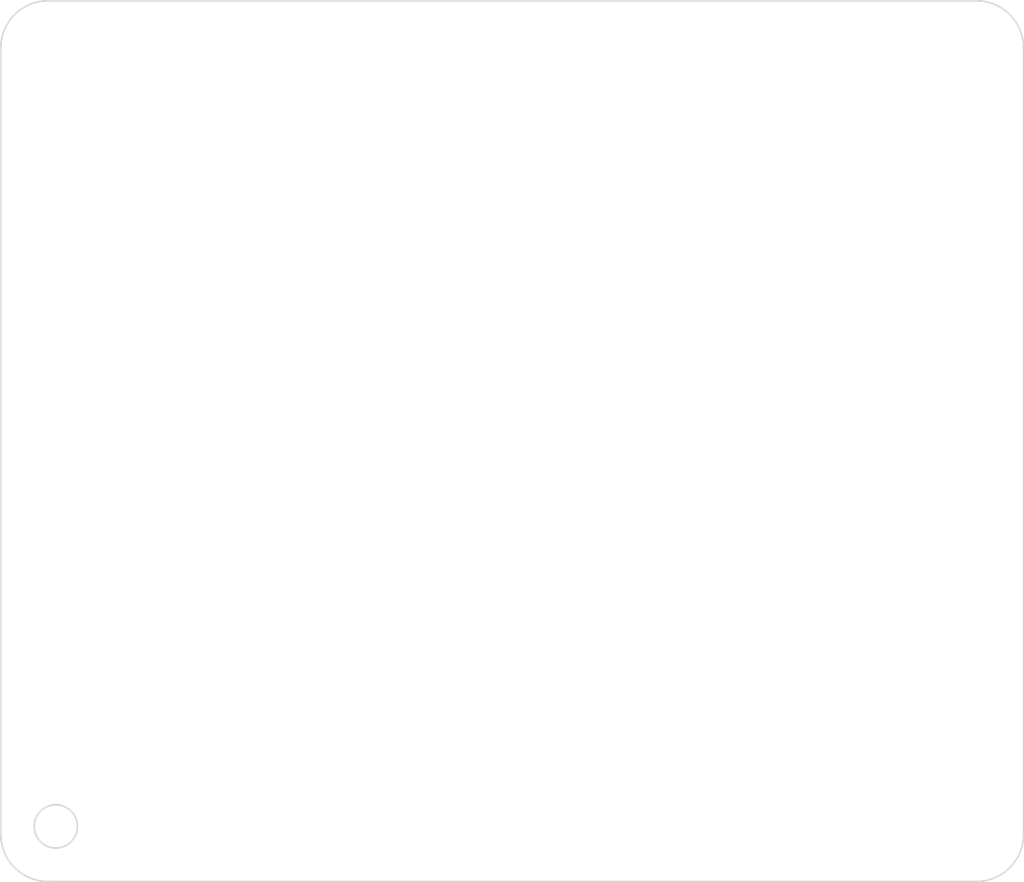
<source format=kicad_pcb>
(kicad_pcb (version 20211014) (generator pcbnew)

  (general
    (thickness 1.6)
  )

  (paper "A4")
  (layers
    (0 "F.Cu" signal)
    (31 "B.Cu" signal)
    (32 "B.Adhes" user "B.Adhesive")
    (33 "F.Adhes" user "F.Adhesive")
    (34 "B.Paste" user)
    (35 "F.Paste" user)
    (36 "B.SilkS" user "B.Silkscreen")
    (37 "F.SilkS" user "F.Silkscreen")
    (38 "B.Mask" user)
    (39 "F.Mask" user)
    (40 "Dwgs.User" user "User.Drawings")
    (41 "Cmts.User" user "User.Comments")
    (42 "Eco1.User" user "User.Eco1")
    (43 "Eco2.User" user "User.Eco2")
    (44 "Edge.Cuts" user)
    (45 "Margin" user)
    (46 "B.CrtYd" user "B.Courtyard")
    (47 "F.CrtYd" user "F.Courtyard")
    (48 "B.Fab" user)
    (49 "F.Fab" user)
    (50 "User.1" user)
    (51 "User.2" user)
    (52 "User.3" user)
    (53 "User.4" user)
    (54 "User.5" user)
    (55 "User.6" user)
    (56 "User.7" user)
    (57 "User.8" user)
    (58 "User.9" user)
  )

  (setup
    (pad_to_mask_clearance 0)
    (pcbplotparams
      (layerselection 0x00010fc_ffffffff)
      (disableapertmacros false)
      (usegerberextensions false)
      (usegerberattributes true)
      (usegerberadvancedattributes true)
      (creategerberjobfile true)
      (svguseinch false)
      (svgprecision 6)
      (excludeedgelayer true)
      (plotframeref false)
      (viasonmask false)
      (mode 1)
      (useauxorigin false)
      (hpglpennumber 1)
      (hpglpenspeed 20)
      (hpglpendiameter 15.000000)
      (dxfpolygonmode true)
      (dxfimperialunits true)
      (dxfusepcbnewfont true)
      (psnegative false)
      (psa4output false)
      (plotreference true)
      (plotvalue true)
      (plotinvisibletext false)
      (sketchpadsonfab false)
      (subtractmaskfromsilk false)
      (outputformat 1)
      (mirror false)
      (drillshape 1)
      (scaleselection 1)
      (outputdirectory "")
    )
  )

  (net 0 "")

  (gr_circle (center 93.5 132.5) (end 95.64 132.54) (layer "F.Mask") (width 1.625) (fill none) (tstamp c8349be0-9d31-4533-85d0-48c928365410))
  (gr_line (start 155 83) (end 155 133) (layer "Edge.Cuts") (width 0.1) (tstamp 0a348cc8-a92d-4aee-bbb1-7118d4b57b62))
  (gr_line (start 152 136) (end 93 136) (layer "Edge.Cuts") (width 0.1) (tstamp 2b54794a-6c1e-421b-9ec0-2fc1bb97d2f5))
  (gr_line (start 90 133) (end 90 83) (layer "Edge.Cuts") (width 0.1) (tstamp 5e448d9e-e6d0-4c11-909a-1241938a0916))
  (gr_line (start 93 80) (end 152 80) (layer "Edge.Cuts") (width 0.1) (tstamp 6789269f-508b-4c18-974e-f8a726c38b08))
  (gr_arc (start 155 133) (mid 154.12132 135.12132) (end 152 136) (layer "Edge.Cuts") (width 0.1) (tstamp 8f49f2ab-87ff-4bcf-a9fd-131585503def))
  (gr_circle (center 93.5 132.5) (end 94.875 132.5) (layer "Edge.Cuts") (width 0.1) (fill none) (tstamp a2bfb917-48e0-42a7-98e3-c907282c3a92))
  (gr_arc (start 90 83) (mid 90.87868 80.87868) (end 93 80) (layer "Edge.Cuts") (width 0.1) (tstamp acd07a39-e062-4fbc-ae69-cbced1445345))
  (gr_arc (start 152 80) (mid 154.12132 80.87868) (end 155 83) (layer "Edge.Cuts") (width 0.1) (tstamp b3857ec8-005c-4ca5-bac0-a6ac1e0bba5d))
  (gr_arc (start 93 136) (mid 90.87868 135.12132) (end 90 133) (layer "Edge.Cuts") (width 0.1) (tstamp ef10ce06-1cfb-4c5e-9618-8783d02b9ca3))

)

</source>
